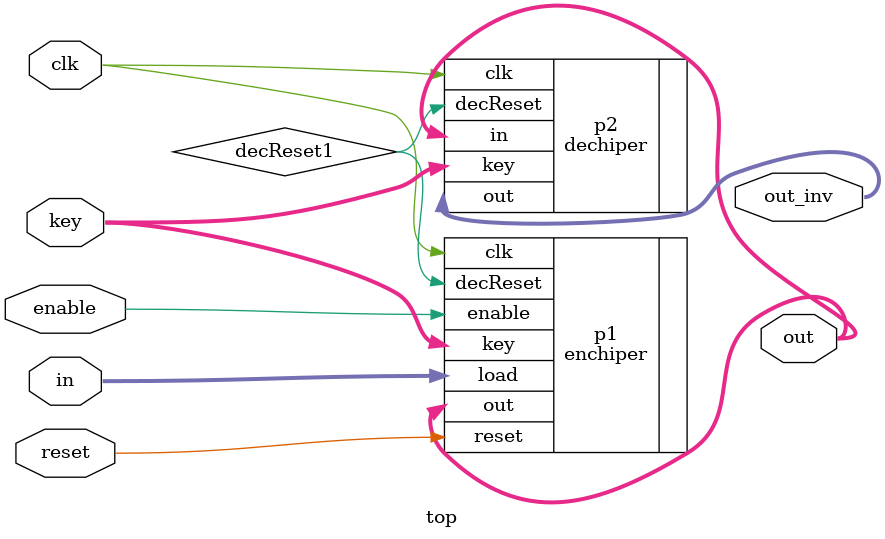
<source format=v>
module top(clk, reset, enable, key, in, out, out_inv);
	input clk;
	input reset;
	input enable;
	
	input [127:0] key;
	input [127:0] in;
	
	output reg [127:0] out;
	output reg [127:0] out_inv;
	
	wire decReset1;
	
	enchiper#(.Nk(4)) p1(.enable(enable), .decReset(decReset1),.reset(reset),.clk(clk),.load(in),.out(out),.key(key));
	dechiper#(.Nk(4)) p2(.decReset(decReset1),.clk(clk),.in(out),.out(out_inv),.key(key));

endmodule
</source>
